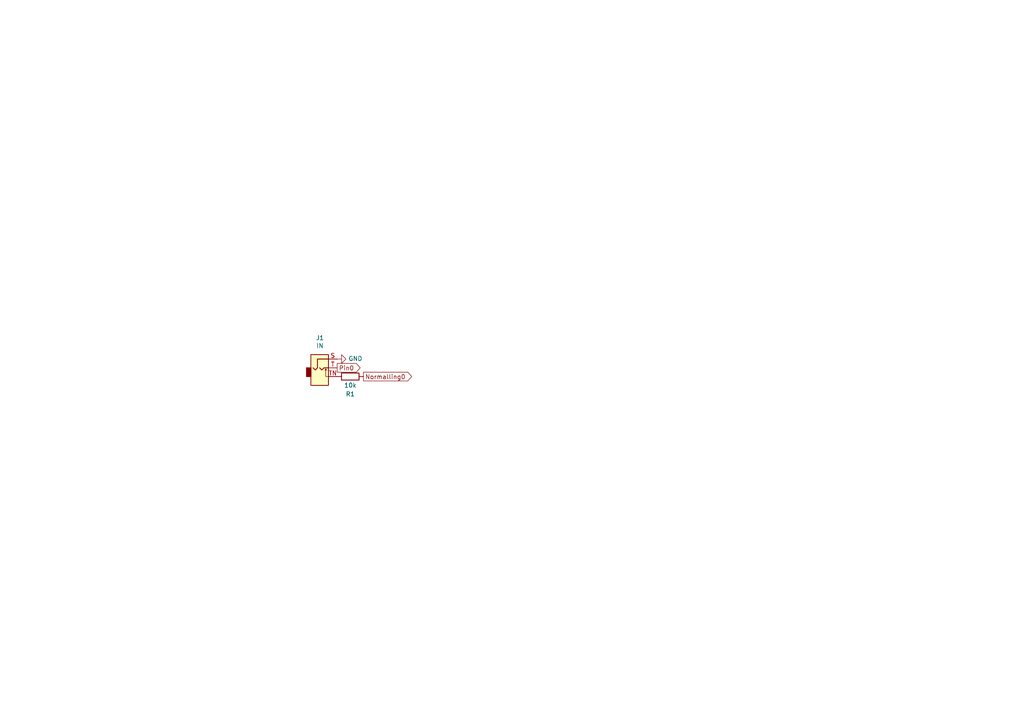
<source format=kicad_sch>
(kicad_sch (version 20211123) (generator eeschema)
  (paper "A4")
  (lib_symbols
    (symbol "Connector:AudioJack2_SwitchT"
      (property "Reference" "J" (at 0 8.89 0))
      (property "Value" "AudioJack2_SwitchT" (at 0 6.35 0))
      (symbol "AudioJack2_SwitchT_0_1"
        (rectangle (start -2.54 0) (end -3.81 -2.54) (stroke (width 0.254)) (fill (type outline)))
        (polyline (pts (xy 1.778 -0.254) (xy 2.032 -0.762)))
        (polyline (pts (xy 0 0) (xy 0.635 -0.635) (xy 1.27 0) (xy 2.54 0)) (stroke (width 0.254)))
        (polyline (pts (xy 2.54 -2.54) (xy 1.778 -2.54) (xy 1.778 -0.254) (xy 1.524 -0.762)))
        (polyline (pts (xy 2.54 2.54) (xy -0.635 2.54) (xy -0.635 0) (xy -1.27 -0.635) (xy -1.905 0)) (stroke (width 0.254)))
        (rectangle (start 2.54 3.81) (end -2.54 -5.08) (stroke (width 0.254)) (fill (type background)))
      )
      (symbol "AudioJack2_SwitchT_1_1"
        (pin passive line (at 5.08 2.54 180) (length 2.54) (name "~") (number "S"))
        (pin passive line (at 5.08 0 180) (length 2.54) (name "~") (number "T"))
        (pin passive line (at 5.08 -2.54 180) (length 2.54) (name "~") (number "TN"))
      )
    )
    (symbol "Device:R" (pin_numbers hide) (pin_names (offset 0))
      (property "Reference" "R" (at 2.032 0 90))
      (property "Value" "R" (at 0 0 90))
      (symbol "R_0_1"
        (rectangle (start -1.016 -2.54) (end 1.016 2.54) (stroke (width 0.254)))
      )
      (symbol "R_1_1"
        (pin passive line (at 0 3.81 270) (length 1.27) (name "~") (number "1"))
        (pin passive line (at 0 -3.81 90) (length 1.27) (name "~") (number "2"))
      )
    )
    (symbol "power:GND" (power) (pin_names (offset 0))
      (property "Value" "GND" (at 0 -3.81 0))
      (symbol "GND_0_1"
        (polyline (pts (xy 0 0) (xy 0 -1.27) (xy 1.27 -1.27) (xy 0 -2.54) (xy -1.27 -1.27) (xy 0 -1.27)))
      )
      (symbol "GND_1_1"
        (pin power_in line (at 0 0 270) (length 0) hide (name "GND") (number "1"))
      )
    )
  )
  (global_label "Normalling0" (shape output) (at 105.41 109.22 0) (property "Intersheet References" "${INTERSHEET_REFS}" (effects hide)))
  (global_label "Pin0" (shape output) (at 97.79 106.68 0) (property "Intersheet References" "${INTERSHEET_REFS}" (effects hide)))
  (symbol (lib_id "Connector:AudioJack2_SwitchT") (at 92.71 106.68 0) (unit 1)
    (property "Reference" "J1" (at 92.8116 97.9932 0))
    (property "Value" "IN" (at 92.8116 100.3046 0))
    (property "Footprint" "Connector_Thonk:ThonkiconnJack" (effects hide))
    (property "Device" "Jack Connector" (effects hide))
    (property "Description" "Thonkiconn – 3.5mm Jack Sockets" (effects hide))
    (property "Place" "No" (effects hide))
    (property "Dist" "Thonk" (effects hide))
    (property "DistPartNumber" "PJ398SM" (effects hide))
    (property "DistLink" "https://www.thonk.co.uk/shop/thonkiconn/" (effects hide))
  )
  (symbol (lib_id "power:GND") (at 97.79 104.14 90) (unit 1)
    (property "Reference" "#PWR0101" (effects hide))
    (property "Value" "GND" (at 101.0412 104.013 90) (effects (justify right)))
  )
  (symbol (lib_id "Device:R") (at 101.6 109.22 270) (unit 1)
    (property "Reference" "R1" (at 101.6 114.3 90))
    (property "Value" "10k" (at 101.6 111.76 90))
    (property "Footprint" "Resistor_THT:R_Axial_DIN0207_L6.3mm_D2.5mm_P7.62mm_Horizontal" (effects hide))
    (property "Device" "Resistor" (effects hide))
    (property "Package" "DIN0207" (effects hide))
    (property "Description" "RES 10K OHM 1% 1/4W AXIAL" (effects hide))
    (property "Place" "No" (effects hide))
    (property "Dist" "Digikey" (effects hide))
    (property "DistPartNumber" "13-MFR-25FRF52-10KCT-ND" (effects hide))
    (property "DistLink" "https://www.digikey.de/en/products/detail/yageo/MFR-25FRF52-10K/14626" (effects hide))
  )
)
</source>
